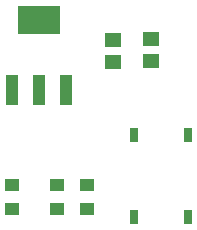
<source format=gtp>
G04*
G04 #@! TF.GenerationSoftware,Altium Limited,Altium Designer,22.10.1 (41)*
G04*
G04 Layer_Color=8421504*
%FSTAX24Y24*%
%MOIN*%
G70*
G04*
G04 #@! TF.SameCoordinates,17841630-244F-4CFE-80E3-D5873E1B35FB*
G04*
G04*
G04 #@! TF.FilePolarity,Positive*
G04*
G01*
G75*
%ADD15R,0.0500X0.0394*%
%ADD16R,0.0551X0.0472*%
%ADD17R,0.0315X0.0472*%
%ADD18R,0.0433X0.0984*%
%ADD19R,0.1417X0.0921*%
D15*
X03935Y03335D02*
D03*
Y03415D02*
D03*
X03685Y03335D02*
D03*
Y03415D02*
D03*
X03835Y03335D02*
D03*
Y03415D02*
D03*
D16*
X041474Y039026D02*
D03*
Y038278D02*
D03*
X0402Y038998D02*
D03*
Y03825D02*
D03*
D17*
X0427Y033072D02*
D03*
Y035828D02*
D03*
X0409Y033072D02*
D03*
Y035828D02*
D03*
D18*
X036844Y037331D02*
D03*
X03775D02*
D03*
X038656D02*
D03*
D19*
X03775Y039669D02*
D03*
M02*

</source>
